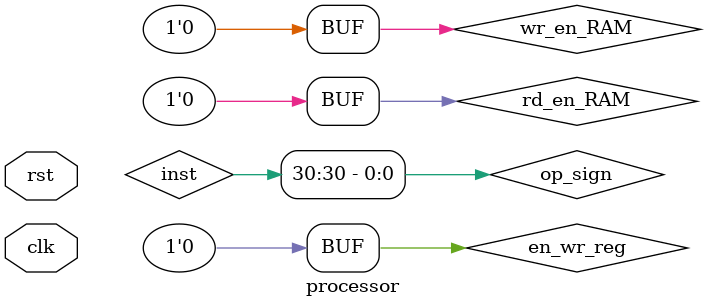
<source format=v>
module processor(
  // clock signal
  input clk,
  // reset signal active high
  input rst);
  
  // program counter act as instruction address
  reg [31:0] PC;
  // to load the next instruction address
  reg [31:0] nextPC;

  // for holding current instruction and its validity
  wire [31:0] inst;
  wire        isValidInst;

  // couple of wires to hold current instruction fields signals
  wire [6:0]  opCode;
  wire [2:0]  funct3;
  wire [6:0]  funct7;
  wire [31:0] immediate_value;
  
  // register source and destination address and its mode signals for the current instruction
  wire [4:0] rs1_ad;
  wire [4:0] rs2_ad;
  wire [4:0] rd_ad;

  wire is_wr_en; // destination register write
  wire is_rd_en1; // first register source read
  wire is_rd_en2; // second register source read

  // based on opcode, hold instruction type by assign the following wires
  wire is_alu_reg  = (inst[6:0] == 7'b0110011);
  wire is_alu_imm  = (inst[6:0] == 7'b0010011);
  wire is_load     = (inst[6:0] == 7'b0000011);
  wire is_store    = (inst[6:0] == 7'b0100011);
  wire is_branch   = (inst[6:0] == 7'b1100011);
  wire is_jalr     = (inst[6:0] == 7'b1100111);
  wire is_jal      = (inst[6:0] == 7'b1101111);
  wire is_lui      = (inst[6:0] == 7'b0110111);
  wire is_auipc    = (inst[6:0] == 7'b0010111);
  wire is_system   = (inst[6:0] == 7'b1110011);
  wire is_fence    = (inst[6:0] == 7'b0001111);
  wire is_invalid  = (isValidInst || is_fence ||  // you are correct, we are not dealing with fence instruction!
                          !(
                            is_alu_reg || is_alu_imm || is_load || is_store || 
                            is_branch || is_jalr || is_jal || is_lui || is_auipc || is_system
                           )
                     );
  
  // instruction memory

  ByteAlignInstructionMemory #(
        .START_ADDRESS(0),
        .STOP_ADDRESS(1023) // holds block of 1KB memory, which can hold upto 256 RV32I instructions
      ) instMem (
        // clock signals
        .clk(clk),

        // instruction address
        .iaddr(PC),
        .instruction(inst),
        .isValid(isValidInst)
      );

  // create a decode module instance 
  decode instDecoder (
    // instruction wiring
    .instruction(inst),

    // register address and mode circuit wiring
    .rg_we(is_wr_en),
    .rd_addr(rd_ad),
    .rg_re1(is_rd_en1),
    .rs1_addr(rs1_ad),
    .rg_re2(is_rd_en2),
    .rs2_addr(rs2_ad),
    
    // instruction field wiring
    .opCode(opCode),
    .funct3(funct3),
    .funct7(funct7),
    .immediateExtd(immediate_value)
  );
  
  // to set the write back to the register banks
  reg en_wr_reg = 1'b0;  // default
  // couple of wires to signal 32-bit value
  wire [31:0] rs1_value;
  wire [31:0] rs2_value;
  wire [31:0] rd_value;

  //registerfile instance
  registerFile # (
      .REG_DEPTH(32),
      .REG_WIDTH(32),
      .RADDR_WIDTH(5)
    )  regBank (
      // clock and reset signals
      .clk(clk),
      .rst(rst),
      // writing the result mode?
      .we(en_wr_reg),
      // source and destination register address
      .rs1_addr(rs1_ad),
      .rs2_addr(rs2_ad),
      .rd_addr(rd_ad),
      .rd_value(rd_value),
      .rs1_value(rs1_value),
      .rs2_value(rs2_value)
    );
  

  // for making the appropriate operands for the instruction
  reg [31:0] op_a;
  reg [31:0] op_b;
  
  // couples of signals and registers for alu unit
  wire        alu_zero;
  wire        alu_negative;
  wire        alu_overflow;
  wire [31:0] alu_result;
  wire op_sign = inst[30];
  wire alu_execute = (is_alu_reg || is_alu_imm) ? 1'b1 : 1'b0;

  // alu instance
  IV32IALU alu (
        // control signals
        .alu_execute(alu_execute),
        // operands and function code
        .op_a(op_a),
        .op_b(op_b),
        .funct3(funct3),
        .op_sign(op_sign),
        // alu output with some flags
        .zero(alu_zero),
        .negative(alu_negative),
        .overflow(alu_overflow),
        // result of alu
        .result(alu_result)
    );
  
  
  wire branch_result;
  // branch unit
  IV32IBranch brUnit (
      // control signals
      .br_execute(is_branch),
      // operands
      .op_a(op_a),
      .op_b(op_b),
      // type of branch
      .funct3(funct3),
      // result of branch
      .do_branch(branch_result)
    );
  
  /* if lui, then immediate value is the result, 
    if auipc, the adding immediate value with PC is the operation result */
  wire [31:0] lui_auipc_result = (is_lui) ? immediate_value :
                                    (is_auipc) ? (immediate_value + PC) :
                                        32'b0;
  
  /* if jal or jalr, the instruction result is same*/

  wire [31:0] jal_jalr_result = (is_jal || is_jalr) ? PC + 4 : 32'b0;
  
  /*for system instruction type decided by is_system, we will run the 
    asembly program in a loop. i.e initialize PC to start address of assembly code */
  /*we are not doing fence instruction, */
  

  /* compute the load_mem_addr and store_mem_addr based on the instruction type */
  wire [31:0] load_mem_addr  = (is_load)  ? op_a + immediate_value : 32'b0;
  wire [31:0] store_mem_addr = (is_store) ? op_b + immediate_value : 32'b0;
  /* we do need the mode, i.e half word or full word or a byte,
    it is decided by the funct3 operations*/
  wire [1:0] mode_load  = (is_load)  ? funct3[1:0] : 2'b0;
  wire [1:0] mode_store = (is_store) ? funct3[1:0] : 2'b0;
  // loaded data by load instruction
  wire [31:0] load_read_data;

  // signal for enabling the RAM write and read data
  reg wr_en_RAM = 0; // default dont write
  reg rd_en_RAM = 0; // default dont read anything

  // instance for read/write data memory
  ByteRAM # (
    .START_ADDRESS(1024),
    .STOP_ADDRESS(2047) // a block of 1024 bytes for read and write data
  ) rwDataMem (
    // clock signals
    .clk(clk),
    // various signals for write action
    .wr_addr(store_mem_addr),
    .wr_en(wr_en_RAM),
    .wr_data(op_a),
    .wr_mode(mode_store),
    // various signals for read action
    .rd_addr(load_mem_addr),
    .rd_en(rd_en_RAM),
    .rd_mode(mode_load),
    .rd_data(load_read_data)
  );
  
endmodule

</source>
